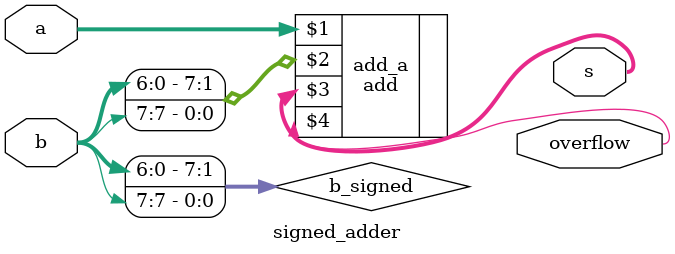
<source format=v>

module signed_adder(input [7:0] a,
    input [7:0] b,
    output [7:0] s,
    output overflow
); 

// The numbers a and b are added to the output s. 
// assign the occurence of the signed overflow of a and b to the output overflow.
// a signed overflow occurs if the most significant bits of a and b are low and the most significant bit of s is high
// a signed overflow may also occur if the most significant bits of a and b are high and the most significant bit of s is low


wire signed [7:0] b_signed = {b[6:0],b[7]}; 
	
add add_a(a,b_signed,s,overflow);

endmodule

</source>
